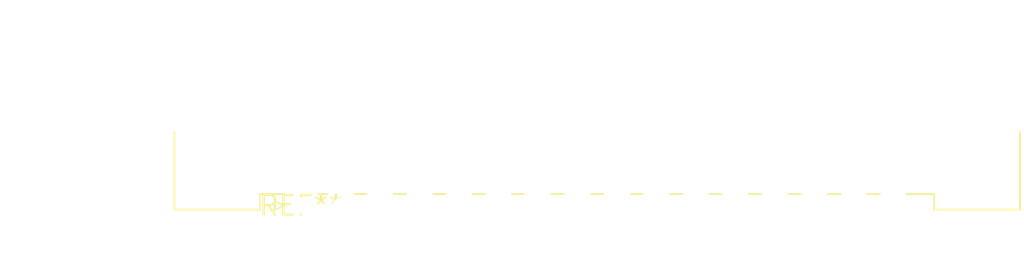
<source format=kicad_pcb>
(kicad_pcb (version 20240108) (generator pcbnew)
  (layers (0 "F.Cu" signal) (31 "B.Cu" signal) (34 "B.Paste" user) (35 "F.Paste" user) (36 "B.SilkS" user "B.Silkscreen") (37 "F.SilkS" user "F.Silkscreen") (38 "B.Mask" user) (39 "F.Mask" user) (44 "Edge.Cuts" user))
  (net 0 "")
  (footprint "DIN41612_B2_2x16_Male_Horizontal_THT" (layer "F.Cu") (at 0 0)
    (property "Reference" "REF**")
    (property "Value" "DIN41612_B2_2x16_Male_Horizontal_THT")
    (fp_line (start -8.16 -4.74) (end -8.16 0.26) (layer "F.SilkS") (stroke (width 0.12)))
    (fp_line (start -8.16 0.26) (end -2.64 0.26) (layer "F.SilkS") (stroke (width 0.12)))
    (fp_line (start -2.64 -0.74) (end -1.095 -0.74) (layer "F.SilkS") (stroke (width 0.12)))
    (fp_line (start -2.64 0.26) (end -2.64 -0.74) (layer "F.SilkS") (stroke (width 0.12)))
    (fp_line (start -1.695 -0.3) (end -1.695 0.3) (layer "F.SilkS") (stroke (width 0.12)))
    (fp_line (start -1.695 0.3) (end -1.095 0) (layer "F.SilkS") (stroke (width 0.12)))
    (fp_line (start -1.095 0) (end -1.695 -0.3) (layer "F.SilkS") (stroke (width 0.12)))
    (fp_line (start 1.095 -0.74) (end 1.671 -0.74) (layer "F.SilkS") (stroke (width 0.12)))
    (fp_line (start 3.41 -0.74) (end 4.211 -0.74) (layer "F.SilkS") (stroke (width 0.12)))
    (fp_line (start 5.95 -0.74) (end 6.751 -0.74) (layer "F.SilkS") (stroke (width 0.12)))
    (fp_line (start 8.49 -0.74) (end 9.291 -0.74) (layer "F.SilkS") (stroke (width 0.12)))
    (fp_line (start 11.03 -0.74) (end 11.831 -0.74) (layer "F.SilkS") (stroke (width 0.12)))
    (fp_line (start 13.57 -0.74) (end 14.371 -0.74) (layer "F.SilkS") (stroke (width 0.12)))
    (fp_line (start 16.11 -0.74) (end 16.911 -0.74) (layer "F.SilkS") (stroke (width 0.12)))
    (fp_line (start 18.65 -0.74) (end 19.451 -0.74) (layer "F.SilkS") (stroke (width 0.12)))
    (fp_line (start 21.19 -0.74) (end 21.991 -0.74) (layer "F.SilkS") (stroke (width 0.12)))
    (fp_line (start 23.73 -0.74) (end 24.531 -0.74) (layer "F.SilkS") (stroke (width 0.12)))
    (fp_line (start 26.27 -0.74) (end 27.071 -0.74) (layer "F.SilkS") (stroke (width 0.12)))
    (fp_line (start 28.81 -0.74) (end 29.611 -0.74) (layer "F.SilkS") (stroke (width 0.12)))
    (fp_line (start 31.35 -0.74) (end 32.151 -0.74) (layer "F.SilkS") (stroke (width 0.12)))
    (fp_line (start 33.89 -0.74) (end 34.691 -0.74) (layer "F.SilkS") (stroke (width 0.12)))
    (fp_line (start 36.43 -0.74) (end 37.231 -0.74) (layer "F.SilkS") (stroke (width 0.12)))
    (fp_line (start 38.97 -0.74) (end 40.74 -0.74) (layer "F.SilkS") (stroke (width 0.12)))
    (fp_line (start 40.74 0.26) (end 40.74 -0.74) (layer "F.SilkS") (stroke (width 0.12)))
    (fp_line (start 46.26 -4.74) (end 46.26 0.26) (layer "F.SilkS") (stroke (width 0.12)))
    (fp_line (start 46.26 0.26) (end 40.74 0.26) (layer "F.SilkS") (stroke (width 0.12)))
    (pad "" np_thru_hole circle (at -5.08 -2.54) (size 2.85 2.85) (drill 2.85) (layers *.Cu *.Mask))
    (pad "" np_thru_hole circle (at 43.18 -2.54) (size 2.85 2.85) (drill 2.85) (layers *.Cu *.Mask))
    (pad "a1" thru_hole roundrect (at 0 0) (size 1.55 1.55) (drill 1) (layers *.Cu *.Mask) (remove_unused_layers) (roundrect_rratio 0.16129))
    (pad "a2" thru_hole circle (at 2.54 0) (size 1.55 1.55) (drill 1) (layers *.Cu *.Mask) (remove_unused_layers))
    (pad "a3" thru_hole circle (at 5.08 0) (size 1.55 1.55) (drill 1) (layers *.Cu *.Mask) (remove_unused_layers))
    (pad "a4" thru_hole circle (at 7.62 0) (size 1.55 1.55) (drill 1) (layers *.Cu *.Mask) (remove_unused_layers))
    (pad "a5" thru_hole circle (at 10.16 0) (size 1.55 1.55) (drill 1) (layers *.Cu *.Mask) (remove_unused_layers))
    (pad "a6" thru_hole circle (at 12.7 0) (size 1.55 1.55) (drill 1) (layers *.Cu *.Mask) (remove_unused_layers))
    (pad "a7" thru_hole circle (at 15.24 0) (size 1.55 1.55) (drill 1) (layers *.Cu *.Mask) (remove_unused_layers))
    (pad "a8" thru_hole circle (at 17.78 0) (size 1.55 1.55) (drill 1) (layers *.Cu *.Mask) (remove_unused_layers))
    (pad "a9" thru_hole circle (at 20.32 0) (size 1.55 1.55) (drill 1) (layers *.Cu *.Mask) (remove_unused_layers))
    (pad "a10" thru_hole circle (at 22.86 0) (size 1.55 1.55) (drill 1) (layers *.Cu *.Mask) (remove_unused_layers))
    (pad "a11" thru_hole circle (at 25.4 0) (size 1.55 1.55) (drill 1) (layers *.Cu *.Mask) (remove_unused_layers))
    (pad "a12" thru_hole circle (at 27.94 0) (size 1.55 1.55) (drill 1) (layers *.Cu *.Mask) (remove_unused_layers))
    (pad "a13" thru_hole circle (at 30.48 0) (size 1.55 1.55) (drill 1) (layers *.Cu *.Mask) (remove_unused_layers))
    (pad "a14" thru_hole circle (at 33.02 0) (size 1.55 1.55) (drill 1) (layers *.Cu *.Mask) (remove_unused_layers))
    (pad "a15" thru_hole circle (at 35.56 0) (size 1.55 1.55) (drill 1) (layers *.Cu *.Mask) (remove_unused_layers))
    (pad "a16" thru_hole circle (at 38.1 0) (size 1.55 1.55) (drill 1) (layers *.Cu *.Mask) (remove_unused_layers))
    (pad "b1" thru_hole circle (at 0 2.54) (size 1.55 1.55) (drill 1) (layers *.Cu *.Mask) (remove_unused_layers))
    (pad "b2" thru_hole circle (at 2.54 2.54) (size 1.55 1.55) (drill 1) (layers *.Cu *.Mask) (remove_unused_layers))
    (pad "b3" thru_hole circle (at 5.08 2.54) (size 1.55 1.55) (drill 1) (layers *.Cu *.Mask) (remove_unused_layers))
    (pad "b4" thru_hole circle (at 7.62 2.54) (size 1.55 1.55) (drill 1) (layers *.Cu *.Mask) (remove_unused_layers))
    (pad "b5" thru_hole circle (at 10.16 2.54) (size 1.55 1.55) (drill 1) (layers *.Cu *.Mask) (remove_unused_layers))
    (pad "b6" thru_hole circle (at 12.7 2.54) (size 1.55 1.55) (drill 1) (layers *.Cu *.Mask) (remove_unused_layers))
    (pad "b7" thru_hole circle (at 15.24 2.54) (size 1.55 1.55) (drill 1) (layers *.Cu *.Mask) (remove_unused_layers))
    (pad "b8" thru_hole circle (at 17.78 2.54) (size 1.55 1.55) (drill 1) (layers *.Cu *.Mask) (remove_unused_layers))
    (pad "b9" thru_hole circle (at 20.32 2.54) (size 1.55 1.55) (drill 1) (layers *.Cu *.Mask) (remove_unused_layers))
    (pad "b10" thru_hole circle (at 22.86 2.54) (size 1.55 1.55) (drill 1) (layers *.Cu *.Mask) (remove_unused_layers))
    (pad "b11" thru_hole circle (at 25.4 2.54) (size 1.55 1.55) (drill 1) (layers *.Cu *.Mask) (remove_unused_layers))
    (pad "b12" thru_hole circle (at 27.94 2.54) (size 1.55 1.55) (drill 1) (layers *.Cu *.Mask) (remove_unused_layers))
    (pad "b13" thru_hole circle (at 30.48 2.54) (size 1.55 1.55) (drill 1) (layers *.Cu *.Mask) (remove_unused_layers))
    (pad "b14" thru_hole circle (at 33.02 2.54) (size 1.55 1.55) (drill 1) (layers *.Cu *.Mask) (remove_unused_layers))
    (pad "b15" thru_hole circle (at 35.56 2.54) (size 1.55 1.55) (drill 1) (layers *.Cu *.Mask) (remove_unused_layers))
    (pad "b16" thru_hole circle (at 38.1 2.54) (size 1.55 1.55) (drill 1) (layers *.Cu *.Mask) (remove_unused_layers))
  )
)
</source>
